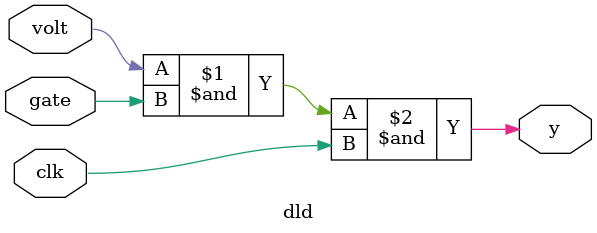
<source format=v>
`timescale 1ns/1ps
`default_nettype none

module dld(
    input wire volt,
    input wire gate,
    input wire clk,
    output wire y
);

assign #2 y = volt & gate & clk;

endmodule
`default_nettype wire

</source>
